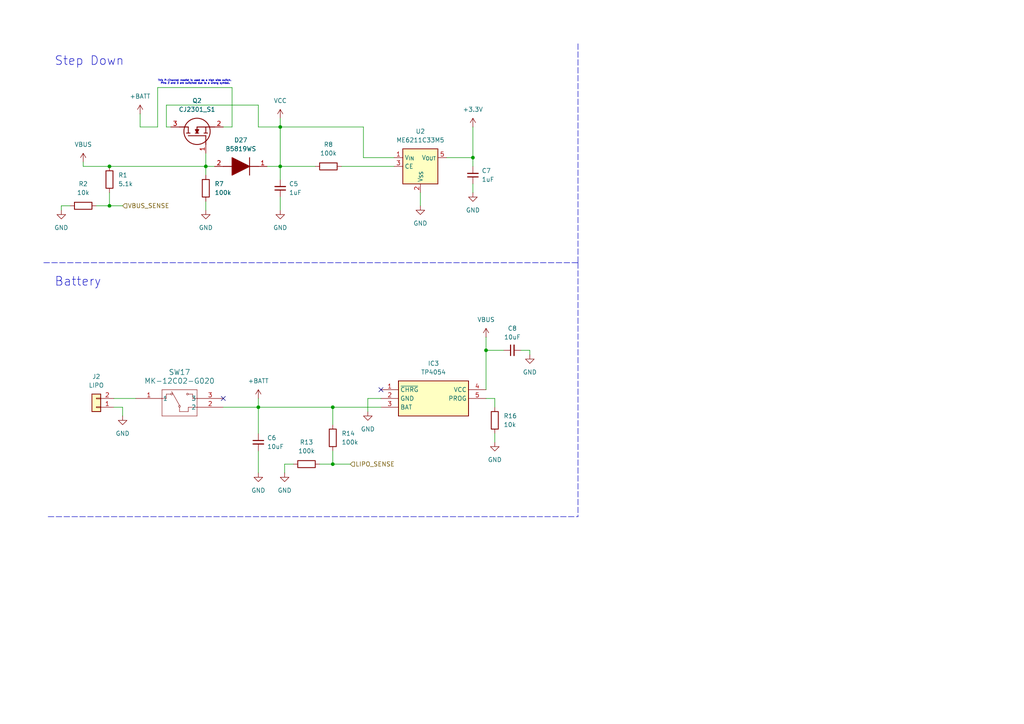
<source format=kicad_sch>
(kicad_sch (version 20231120) (generator "eeschema") (generator_version "8.0")
  (paper "A4")
  (lib_symbols
    (symbol "B5819WS:B5819WS" (pin_names hide)
      (property "Reference" "D" (at 11.43 5.08 0))
      (property "Value" "B5819WS" (at 11.43 2.54 0))
      (symbol "B5819WS_1_1"
        (polyline (pts (xy 2.54 0) (xy 5.08 0)) (stroke (width 0.254)))
        (polyline (pts (xy 5.08 2.54) (xy 5.08 -2.54)) (stroke (width 0.254)))
        (polyline (pts (xy 10.16 0) (xy 12.7 0)) (stroke (width 0.254)))
        (polyline (pts (xy 5.08 0) (xy 10.16 2.54) (xy 10.16 -2.54) (xy 5.08 0)) (stroke (width 0.254)) (fill (type outline)))
        (pin power_in line (at 0 0 0) (length 2.54) (name "K") (number "1"))
        (pin power_in line (at 15.24 0 180) (length 2.54) (name "A") (number "2"))
      )
    )
    (symbol "CJ2301_S1:CJ2301_S1" (pin_names hide)
      (property "Reference" "Q" (at 11.43 3.81 0))
      (property "Value" "CJ2301_S1" (at 11.43 1.27 0))
      (symbol "CJ2301_S1_1_1"
        (polyline (pts (xy 2.54 0) (xy 5.08 0)) (stroke (width 0.254)))
        (polyline (pts (xy 5.08 5.08) (xy 5.08 0)) (stroke (width 0.254)))
        (polyline (pts (xy 5.842 -0.508) (xy 5.842 0.508)) (stroke (width 0.254)))
        (polyline (pts (xy 5.842 0) (xy 7.62 0)) (stroke (width 0.254)))
        (polyline (pts (xy 5.842 2.032) (xy 5.842 3.048)) (stroke (width 0.254)))
        (polyline (pts (xy 5.842 5.588) (xy 5.842 4.572)) (stroke (width 0.254)))
        (polyline (pts (xy 7.62 2.54) (xy 5.842 2.54)) (stroke (width 0.254)))
        (polyline (pts (xy 7.62 2.54) (xy 7.62 -2.54)) (stroke (width 0.254)))
        (polyline (pts (xy 7.62 5.08) (xy 5.842 5.08)) (stroke (width 0.254)))
        (polyline (pts (xy 7.62 5.08) (xy 7.62 7.62)) (stroke (width 0.254)))
        (polyline (pts (xy 5.842 2.54) (xy 6.858 3.048) (xy 6.858 2.032) (xy 5.842 2.54)) (stroke (width 0.254)) (fill (type outline)))
        (circle (center 6.35 2.54) (radius 3.81) (stroke (width 0.254)))
        (pin passive line (at 0 0 0) (length 2.54) (name "G") (number "1"))
        (pin passive line (at 7.62 -5.08 90) (length 2.54) (name "S") (number "2"))
        (pin passive line (at 7.62 10.16 270) (length 2.54) (name "D") (number "3"))
      )
    )
    (symbol "Connector_Generic:Conn_01x02" (pin_names (offset 1.016) hide)
      (property "Reference" "J" (at 0 2.54 0))
      (property "Value" "Conn_01x02" (at 0 -5.08 0))
      (symbol "Conn_01x02_1_1"
        (rectangle (start -1.27 -2.413) (end 0 -2.667) (stroke (width 0.1524)))
        (rectangle (start -1.27 0.127) (end 0 -0.127) (stroke (width 0.1524)))
        (rectangle (start -1.27 1.27) (end 1.27 -3.81) (stroke (width 0.254)) (fill (type background)))
        (pin passive line (at -5.08 0 0) (length 3.81) (name "Pin_1") (number "1"))
        (pin passive line (at -5.08 -2.54 0) (length 3.81) (name "Pin_2") (number "2"))
      )
    )
    (symbol "Device:C_Small" (pin_numbers hide) (pin_names (offset 0.254) hide)
      (property "Reference" "C" (at 0.254 1.778 0))
      (property "Value" "C_Small" (at 0.254 -2.032 0))
      (symbol "C_Small_0_1"
        (polyline (pts (xy -1.524 -0.508) (xy 1.524 -0.508)) (stroke (width 0.3302)))
        (polyline (pts (xy -1.524 0.508) (xy 1.524 0.508)) (stroke (width 0.3048)))
      )
      (symbol "C_Small_1_1"
        (pin passive line (at 0 2.54 270) (length 2.032) (name "~") (number "1"))
        (pin passive line (at 0 -2.54 90) (length 2.032) (name "~") (number "2"))
      )
    )
    (symbol "Device:R" (pin_numbers hide) (pin_names (offset 0))
      (property "Reference" "R" (at 2.032 0 90))
      (property "Value" "R" (at 0 0 90))
      (symbol "R_0_1"
        (rectangle (start -1.016 -2.54) (end 1.016 2.54) (stroke (width 0.254)))
      )
      (symbol "R_1_1"
        (pin passive line (at 0 3.81 270) (length 1.27) (name "~") (number "1"))
        (pin passive line (at 0 -3.81 90) (length 1.27) (name "~") (number "2"))
      )
    )
    (symbol "MK-12C02-G020:MK-12C02-G020" (pin_names (offset 0.254))
      (property "Reference" "SW" (at 12.7 7.62 0))
      (property "Value" "MK-12C02-G020" (at 12.7 5.08 0))
      (symbol "MK-12C02-G020_0_1"
        (polyline (pts (xy 7.62 -5.08) (xy 17.78 -5.08)) (stroke (width 0.127)))
        (polyline (pts (xy 7.62 0) (xy 8.89 0)) (stroke (width 0.127)))
        (polyline (pts (xy 7.62 2.54) (xy 7.62 -5.08)) (stroke (width 0.127)))
        (polyline (pts (xy 8.89 0) (xy 8.89 1.27)) (stroke (width 0.127)))
        (polyline (pts (xy 8.89 1.27) (xy 10.16 1.27)) (stroke (width 0.127)))
        (polyline (pts (xy 12.7 -3.81) (xy 12.7 -2.54)) (stroke (width 0.127)))
        (polyline (pts (xy 12.7 -2.032) (xy 10.414 2.032)) (stroke (width 0.127)))
        (polyline (pts (xy 15.24 -3.81) (xy 12.7 -3.81)) (stroke (width 0.127)))
        (polyline (pts (xy 15.24 -2.54) (xy 15.24 -3.81)) (stroke (width 0.127)))
        (polyline (pts (xy 15.24 1.27) (xy 16.51 1.27)) (stroke (width 0.127)))
        (polyline (pts (xy 16.51 0) (xy 17.78 0)) (stroke (width 0.127)))
        (polyline (pts (xy 16.51 1.27) (xy 16.51 0)) (stroke (width 0.127)))
        (polyline (pts (xy 17.78 -5.08) (xy 17.78 2.54)) (stroke (width 0.127)))
        (polyline (pts (xy 17.78 -2.54) (xy 15.24 -2.54)) (stroke (width 0.127)))
        (polyline (pts (xy 17.78 2.54) (xy 7.62 2.54)) (stroke (width 0.127)))
        (circle (center 10.414 1.27) (radius 0.254) (stroke (width 0.127)))
        (circle (center 12.7 -2.286) (radius 0.254) (stroke (width 0.127)))
        (circle (center 14.986 1.27) (radius 0.254) (stroke (width 0.127)))
        (pin unspecified line (at 0 0 0) (length 7.62) (name "1") (number "1"))
        (pin unspecified line (at 25.4 -2.54 180) (length 7.62) (name "2") (number "2"))
        (pin unspecified line (at 25.4 0 180) (length 7.62) (name "3") (number "3"))
      )
    )
    (symbol "Regulator_Linear:ME6211C33M5"
      (property "Reference" "U" (at -4.572 6.35 0))
      (property "Value" "ME6211C33M5" (at 10.16 8.636 0))
      (symbol "ME6211C33M5_1_1"
        (rectangle (start -5.08 5.08) (end 5.08 -5.08) (stroke (width 0.254)) (fill (type background)))
        (pin power_in line (at -7.62 2.54 0) (length 2.54) (name "V_{IN}") (number "1"))
        (pin power_in line (at 0 -7.62 90) (length 2.54) (name "V_{SS}") (number "2"))
        (pin input line (at -7.62 0 0) (length 2.54) (name "CE") (number "3"))
        (pin no_connect line (at 5.08 0 180) (length 2.54) hide (name "NC") (number "4"))
        (pin power_out line (at 7.62 2.54 180) (length 2.54) (name "V_{OUT}") (number "5"))
      )
    )
    (symbol "TP4054:TP4054"
      (property "Reference" "IC" (at 26.67 7.62 0))
      (property "Value" "TP4054" (at 26.67 5.08 0))
      (symbol "TP4054_1_1"
        (rectangle (start 5.08 2.54) (end 25.4 -7.62) (stroke (width 0.254)) (fill (type background)))
        (pin passive line (at 0 0 0) (length 5.08) (name "~{CHRG}") (number "1"))
        (pin passive line (at 0 -2.54 0) (length 5.08) (name "GND") (number "2"))
        (pin passive line (at 0 -5.08 0) (length 5.08) (name "BAT") (number "3"))
        (pin passive line (at 30.48 0 180) (length 5.08) (name "VCC") (number "4"))
        (pin passive line (at 30.48 -2.54 180) (length 5.08) (name "PROG") (number "5"))
      )
    )
    (symbol "power:+3.3V" (power) (pin_numbers hide) (pin_names (offset 0) hide)
      (property "Value" "+3.3V" (at 0 3.556 0))
      (symbol "+3.3V_0_1"
        (polyline (pts (xy -0.762 1.27) (xy 0 2.54)))
        (polyline (pts (xy 0 0) (xy 0 2.54)))
        (polyline (pts (xy 0 2.54) (xy 0.762 1.27)))
      )
      (symbol "+3.3V_1_1"
        (pin power_in line (at 0 0 90) (length 0) (name "~") (number "1"))
      )
    )
    (symbol "power:+BATT" (power) (pin_numbers hide) (pin_names (offset 0) hide)
      (property "Value" "+BATT" (at 0 3.556 0))
      (symbol "+BATT_0_1"
        (polyline (pts (xy -0.762 1.27) (xy 0 2.54)))
        (polyline (pts (xy 0 0) (xy 0 2.54)))
        (polyline (pts (xy 0 2.54) (xy 0.762 1.27)))
      )
      (symbol "+BATT_1_1"
        (pin power_in line (at 0 0 90) (length 0) (name "~") (number "1"))
      )
    )
    (symbol "power:GND" (power) (pin_numbers hide) (pin_names (offset 0) hide)
      (property "Value" "GND" (at 0 -3.81 0))
      (symbol "GND_0_1"
        (polyline (pts (xy 0 0) (xy 0 -1.27) (xy 1.27 -1.27) (xy 0 -2.54) (xy -1.27 -1.27) (xy 0 -1.27)))
      )
      (symbol "GND_1_1"
        (pin power_in line (at 0 0 270) (length 0) (name "~") (number "1"))
      )
    )
    (symbol "power:VBUS" (power) (pin_numbers hide) (pin_names (offset 0) hide)
      (property "Value" "VBUS" (at 0 3.556 0))
      (symbol "VBUS_0_1"
        (polyline (pts (xy -0.762 1.27) (xy 0 2.54)))
        (polyline (pts (xy 0 0) (xy 0 2.54)))
        (polyline (pts (xy 0 2.54) (xy 0.762 1.27)))
      )
      (symbol "VBUS_1_1"
        (pin power_in line (at 0 0 90) (length 0) (name "~") (number "1"))
      )
    )
    (symbol "power:VCC" (power) (pin_numbers hide) (pin_names (offset 0) hide)
      (property "Value" "VCC" (at 0 3.556 0))
      (symbol "VCC_0_1"
        (polyline (pts (xy -0.762 1.27) (xy 0 2.54)))
        (polyline (pts (xy 0 0) (xy 0 2.54)))
        (polyline (pts (xy 0 2.54) (xy 0.762 1.27)))
      )
      (symbol "VCC_1_1"
        (pin power_in line (at 0 0 90) (length 0) (name "~") (number "1"))
      )
    )
  )
  (junction (at 140.97 101.6))
  (junction (at 59.69 48.26))
  (junction (at 81.28 48.26))
  (junction (at 74.93 118.11))
  (junction (at 31.75 48.26))
  (junction (at 96.52 134.62))
  (junction (at 31.75 59.69))
  (junction (at 96.52 118.11))
  (junction (at 137.16 45.72))
  (junction (at 81.28 36.83))
  (no_connect (at 110.49 113.03))
  (no_connect (at 64.77 115.57))
  (wire (pts (xy 137.16 36.83) (xy 137.16 45.72)))
  (wire (pts (xy 143.51 115.57) (xy 143.51 118.11)))
  (wire (pts (xy 96.52 130.81) (xy 96.52 134.62)))
  (wire (pts (xy 106.68 115.57) (xy 110.49 115.57)))
  (wire (pts (xy 67.31 25.4) (xy 67.31 36.83)))
  (wire (pts (xy 105.41 36.83) (xy 105.41 45.72)))
  (wire (pts (xy 137.16 45.72) (xy 129.54 45.72)))
  (wire (pts (xy 82.55 134.62) (xy 85.09 134.62)))
  (polyline (pts (xy 12.7 76.2) (xy 167.64 76.2)) (stroke (width 0) (type dash)))
  (wire (pts (xy 137.16 48.26) (xy 137.16 45.72)))
  (wire (pts (xy 33.02 115.57) (xy 39.37 115.57)))
  (wire (pts (xy 74.93 118.11) (xy 74.93 125.73)))
  (wire (pts (xy 67.31 36.83) (xy 64.77 36.83)))
  (wire (pts (xy 105.41 45.72) (xy 114.3 45.72)))
  (wire (pts (xy 31.75 48.26) (xy 59.69 48.26)))
  (wire (pts (xy 24.13 46.99) (xy 24.13 48.26)))
  (wire (pts (xy 96.52 134.62) (xy 92.71 134.62)))
  (wire (pts (xy 114.3 48.26) (xy 99.06 48.26)))
  (wire (pts (xy 82.55 137.16) (xy 82.55 134.62)))
  (wire (pts (xy 74.93 36.83) (xy 81.28 36.83)))
  (wire (pts (xy 31.75 59.69) (xy 31.75 55.88)))
  (wire (pts (xy 106.68 119.38) (xy 106.68 115.57)))
  (wire (pts (xy 81.28 36.83) (xy 105.41 36.83)))
  (wire (pts (xy 140.97 101.6) (xy 146.05 101.6)))
  (polyline (pts (xy 167.64 76.2) (xy 167.64 149.86)) (stroke (width 0) (type dash)))
  (wire (pts (xy 35.56 118.11) (xy 35.56 120.65)))
  (wire (pts (xy 40.64 36.83) (xy 45.72 36.83)))
  (wire (pts (xy 48.26 36.83) (xy 48.26 30.48)))
  (wire (pts (xy 74.93 130.81) (xy 74.93 137.16)))
  (wire (pts (xy 45.72 36.83) (xy 45.72 25.4)))
  (wire (pts (xy 74.93 30.48) (xy 74.93 36.83)))
  (wire (pts (xy 140.97 115.57) (xy 143.51 115.57)))
  (wire (pts (xy 27.94 59.69) (xy 31.75 59.69)))
  (wire (pts (xy 74.93 115.57) (xy 74.93 118.11)))
  (wire (pts (xy 31.75 59.69) (xy 35.56 59.69)))
  (wire (pts (xy 81.28 48.26) (xy 81.28 52.07)))
  (wire (pts (xy 81.28 48.26) (xy 91.44 48.26)))
  (wire (pts (xy 45.72 25.4) (xy 67.31 25.4)))
  (wire (pts (xy 64.77 118.11) (xy 74.93 118.11)))
  (wire (pts (xy 96.52 134.62) (xy 101.6 134.62)))
  (wire (pts (xy 143.51 125.73) (xy 143.51 128.27)))
  (wire (pts (xy 96.52 118.11) (xy 74.93 118.11)))
  (polyline (pts (xy 167.64 12.7) (xy 167.64 76.2)) (stroke (width 0) (type dash)))
  (wire (pts (xy 17.78 59.69) (xy 20.32 59.69)))
  (wire (pts (xy 81.28 57.15) (xy 81.28 60.96)))
  (wire (pts (xy 77.47 48.26) (xy 81.28 48.26)))
  (wire (pts (xy 153.67 102.87) (xy 153.67 101.6)))
  (wire (pts (xy 62.23 48.26) (xy 59.69 48.26)))
  (wire (pts (xy 81.28 36.83) (xy 81.28 48.26)))
  (polyline (pts (xy 13.97 149.86) (xy 167.64 149.86)) (stroke (width 0) (type dash)))
  (wire (pts (xy 24.13 48.26) (xy 31.75 48.26)))
  (wire (pts (xy 96.52 118.11) (xy 96.52 123.19)))
  (wire (pts (xy 140.97 101.6) (xy 140.97 113.03)))
  (wire (pts (xy 59.69 48.26) (xy 59.69 44.45)))
  (wire (pts (xy 48.26 30.48) (xy 74.93 30.48)))
  (wire (pts (xy 48.26 36.83) (xy 49.53 36.83)))
  (wire (pts (xy 153.67 101.6) (xy 151.13 101.6)))
  (wire (pts (xy 33.02 118.11) (xy 35.56 118.11)))
  (wire (pts (xy 40.64 36.83) (xy 40.64 33.02)))
  (wire (pts (xy 81.28 34.29) (xy 81.28 36.83)))
  (wire (pts (xy 59.69 48.26) (xy 59.69 50.8)))
  (wire (pts (xy 140.97 97.79) (xy 140.97 101.6)))
  (wire (pts (xy 137.16 53.34) (xy 137.16 55.88)))
  (wire (pts (xy 121.92 55.88) (xy 121.92 59.69)))
  (wire (pts (xy 17.78 60.96) (xy 17.78 59.69)))
  (wire (pts (xy 59.69 58.42) (xy 59.69 60.96)))
  (wire (pts (xy 96.52 118.11) (xy 110.49 118.11)))
  (text "This P-Channel mosfet is used as a high side switch. \nPins 2 and 3 are switched due to a wrong symbol." (at 56.642 23.876 0) (effects (font (size 0.508 0.508))))
  (text "Step Down\n" (at 25.908 17.78 0) (effects (font (size 2.54 2.54))))
  (text "Battery\n" (at 22.606 81.788 0) (effects (font (size 2.54 2.54))))
  (hierarchical_label "VBUS_SENSE" (shape input) (at 35.56 59.69 0))
  (hierarchical_label "LIPO_SENSE" (shape input) (at 101.6 134.62 0))
  (symbol (lib_id "power:GND") (at 59.69 60.96 0) (unit 1)
    (property "Reference" "#PWR020" (effects (hide yes)))
    (property "Value" "GND" (at 59.69 66.04 0))
    (property "Description" "Power symbol creates a global label with name \"GND\" , ground" (effects (hide yes)))
  )
  (symbol (lib_id "power:+BATT") (at 74.93 115.57 0) (unit 1)
    (property "Reference" "#PWR033" (effects (hide yes)))
    (property "Value" "+BATT" (at 74.93 110.49 0))
    (property "Description" "Power symbol creates a global label with name \"+BATT\"" (effects (hide yes)))
  )
  (symbol (lib_id "power:GND") (at 35.56 120.65 0) (unit 1)
    (property "Reference" "#PWR019" (effects (hide yes)))
    (property "Value" "GND" (at 35.56 125.73 0))
    (property "Description" "Power symbol creates a global label with name \"GND\" , ground" (effects (hide yes)))
  )
  (symbol (lib_id "power:VBUS") (at 140.97 97.79 0) (unit 1)
    (property "Reference" "#PWR066" (effects (hide yes)))
    (property "Value" "VBUS" (at 140.97 92.71 0))
    (property "Description" "Power symbol creates a global label with name \"VBUS\"" (effects (hide yes)))
  )
  (symbol (lib_id "Device:R") (at 24.13 59.69 90) (unit 1)
    (property "Reference" "R2" (at 24.13 53.34 90))
    (property "Value" "10k" (at 24.13 55.88 90))
    (property "Footprint" "Resistor_SMD:R_0805_2012Metric_Pad1.20x1.40mm_HandSolder" (effects (hide yes)))
    (property "Description" "Resistor" (effects (hide yes)))
  )
  (symbol (lib_id "power:+BATT") (at 40.64 33.02 0) (unit 1)
    (property "Reference" "#PWR017" (effects (hide yes)))
    (property "Value" "+BATT" (at 40.64 27.94 0))
    (property "Description" "Power symbol creates a global label with name \"+BATT\"" (effects (hide yes)))
  )
  (symbol (lib_id "Regulator_Linear:ME6211C33M5") (at 121.92 48.26 0) (unit 1)
    (property "Reference" "U2" (at 121.92 38.1 0))
    (property "Value" "ME6211C33M5" (at 121.92 40.64 0))
    (property "Footprint" "0_downloads:SOT95P282X145-5N" (effects (hide yes)))
    (property "Datasheet" "https://www.lcsc.com/datasheet/lcsc_datasheet_2304140030_MICRONE-Nanjing-Micro-One-Elec-ME6211C33R5G_C235316.pdf" (effects (hide yes)))
    (property "Description" "500mA low dropout linear regulator, shutdown pin, 6.5V max input voltage, 3.3V fixed positive output, SOT-23-5" (effects (hide yes)))
  )
  (symbol (lib_id "CJ2301_S1:CJ2301_S1") (at 59.69 44.45 90) (unit 1)
    (property "Reference" "Q2" (at 57.15 29.21 90))
    (property "Value" "CJ2301_S1" (at 57.15 31.75 90))
    (property "Footprint" "0_downloads:SOT95P240X115-3N" (effects (hide yes)))
    (property "Datasheet" "https://datasheet.lcsc.com/szlcsc/Changjiang-Electronics-Tech-CJ-CJ2301-S1_C8547.pdf" (effects (hide yes)))
    (property "Description" "MOSFET P Trench 20V 2.3A 1V @ 250uA 112 m @ 2.8A,4.5V SOT-23(SOT-23-3) RoHS" (effects (hide yes)))
    (property "Height" "1.15" (effects (hide yes)))
    (property "Manufacturer_Name" "Changjiang Electronics Tech (CJ)" (effects (hide yes)))
    (property "Manufacturer_Part_Number" "CJ2301 S1" (effects (hide yes)))
  )
  (symbol (lib_id "power:+3.3V") (at 137.16 36.83 0) (unit 1)
    (property "Reference" "#PWR038" (effects (hide yes)))
    (property "Value" "+3.3V" (at 137.16 31.75 0))
    (property "Description" "Power symbol creates a global label with name \"+3.3V\"" (effects (hide yes)))
  )
  (symbol (lib_id "power:GND") (at 143.51 128.27 0) (unit 1)
    (property "Reference" "#PWR067" (effects (hide yes)))
    (property "Value" "GND" (at 143.51 133.35 0))
    (property "Description" "Power symbol creates a global label with name \"GND\" , ground" (effects (hide yes)))
  )
  (symbol (lib_id "power:GND") (at 121.92 59.69 0) (unit 1)
    (property "Reference" "#PWR037" (effects (hide yes)))
    (property "Value" "GND" (at 121.92 64.77 0))
    (property "Description" "Power symbol creates a global label with name \"GND\" , ground" (effects (hide yes)))
  )
  (symbol (lib_id "power:GND") (at 17.78 60.96 0) (unit 1)
    (property "Reference" "#PWR03" (effects (hide yes)))
    (property "Value" "GND" (at 17.78 66.04 0))
    (property "Description" "Power symbol creates a global label with name \"GND\" , ground" (effects (hide yes)))
  )
  (symbol (lib_id "Connector_Generic:Conn_01x02") (at 27.94 118.11 180) (unit 1)
    (property "Reference" "J2" (at 27.94 109.22 0))
    (property "Value" "LIPO" (at 27.94 111.76 0))
    (property "Footprint" "Connector_JST:JST_PH_B2B-PH-K_1x02_P2.00mm_Vertical" (effects (hide yes)))
    (property "Description" "Generic connector, single row, 01x02, script generated (kicad-library-utils/schlib/autogen/connector/)" (effects (hide yes)))
  )
  (symbol (lib_id "Device:R") (at 59.69 54.61 0) (unit 1)
    (property "Reference" "R7" (at 62.23 53.3399 0) (effects (justify left)))
    (property "Value" "100k" (at 62.23 55.8799 0) (effects (justify left)))
    (property "Footprint" "Resistor_SMD:R_0805_2012Metric_Pad1.20x1.40mm_HandSolder" (effects (hide yes)))
    (property "Description" "Resistor" (effects (hide yes)))
  )
  (symbol (lib_id "Device:R") (at 96.52 127 180) (unit 1)
    (property "Reference" "R14" (at 99.06 125.7299 0) (effects (justify right)))
    (property "Value" "100k" (at 99.06 128.2699 0) (effects (justify right)))
    (property "Footprint" "Resistor_SMD:R_0805_2012Metric_Pad1.20x1.40mm_HandSolder" (effects (hide yes)))
    (property "Description" "Resistor" (effects (hide yes)))
  )
  (symbol (lib_id "Device:C_Small") (at 148.59 101.6 90) (unit 1)
    (property "Reference" "C8" (at 148.5963 95.25 90))
    (property "Value" "10uF" (at 148.5963 97.79 90))
    (property "Footprint" "Capacitor_SMD:C_0805_2012Metric_Pad1.18x1.45mm_HandSolder" (effects (hide yes)))
    (property "Description" "Unpolarized capacitor, small symbol" (effects (hide yes)))
  )
  (symbol (lib_id "Device:R") (at 95.25 48.26 90) (unit 1)
    (property "Reference" "R8" (at 95.25 41.91 90))
    (property "Value" "100k" (at 95.25 44.45 90))
    (property "Footprint" "Resistor_SMD:R_0805_2012Metric_Pad1.20x1.40mm_HandSolder" (effects (hide yes)))
    (property "Description" "Resistor" (effects (hide yes)))
  )
  (symbol (lib_id "Device:R") (at 88.9 134.62 90) (unit 1)
    (property "Reference" "R13" (at 88.9 128.27 90))
    (property "Value" "100k" (at 88.9 130.81 90))
    (property "Footprint" "Resistor_SMD:R_0805_2012Metric_Pad1.20x1.40mm_HandSolder" (effects (hide yes)))
    (property "Description" "Resistor" (effects (hide yes)))
  )
  (symbol (lib_id "power:GND") (at 153.67 102.87 0) (unit 1)
    (property "Reference" "#PWR068" (effects (hide yes)))
    (property "Value" "GND" (at 153.67 107.95 0))
    (property "Description" "Power symbol creates a global label with name \"GND\" , ground" (effects (hide yes)))
  )
  (symbol (lib_id "Device:R") (at 31.75 52.07 0) (unit 1)
    (property "Reference" "R1" (at 34.29 50.7999 0) (effects (justify left)))
    (property "Value" "5.1k" (at 34.29 53.3399 0) (effects (justify left)))
    (property "Footprint" "Resistor_SMD:R_0805_2012Metric_Pad1.20x1.40mm_HandSolder" (effects (hide yes)))
    (property "Description" "Resistor" (effects (hide yes)))
  )
  (symbol (lib_id "Device:C_Small") (at 81.28 54.61 180) (unit 1)
    (property "Reference" "C5" (at 83.82 53.3335 0) (effects (justify right)))
    (property "Value" "1uF" (at 83.82 55.8735 0) (effects (justify right)))
    (property "Footprint" "Capacitor_SMD:C_0805_2012Metric_Pad1.18x1.45mm_HandSolder" (effects (hide yes)))
    (property "Description" "Unpolarized capacitor, small symbol" (effects (hide yes)))
  )
  (symbol (lib_id "Device:C_Small") (at 74.93 128.27 0) (unit 1)
    (property "Reference" "C6" (at 77.47 127.0062 0) (effects (justify left)))
    (property "Value" "10uF" (at 77.47 129.5462 0) (effects (justify left)))
    (property "Footprint" "Capacitor_SMD:C_0805_2012Metric_Pad1.18x1.45mm_HandSolder" (effects (hide yes)))
    (property "Description" "Unpolarized capacitor, small symbol" (effects (hide yes)))
  )
  (symbol (lib_id "Device:C_Small") (at 137.16 50.8 180) (unit 1)
    (property "Reference" "C7" (at 139.7 49.5235 0) (effects (justify right)))
    (property "Value" "1uF" (at 139.7 52.0635 0) (effects (justify right)))
    (property "Footprint" "Capacitor_SMD:C_0805_2012Metric_Pad1.18x1.45mm_HandSolder" (effects (hide yes)))
    (property "Description" "Unpolarized capacitor, small symbol" (effects (hide yes)))
  )
  (symbol (lib_id "MK-12C02-G020:MK-12C02-G020") (at 39.37 115.57 0) (unit 1)
    (property "Reference" "SW17" (at 52.07 107.95 0) (effects (font (size 1.524 1.524))))
    (property "Value" "MK-12C02-G020" (at 52.07 110.49 0) (effects (font (size 1.524 1.524))))
    (property "Footprint" "MK-12C02-G020:MK-12C02-G020_GSW" (effects (hide yes)))
    (property "Datasheet" "MK-12C02-G020" (effects (hide yes)))
  )
  (symbol (lib_id "B5819WS:B5819WS") (at 77.47 48.26 180) (unit 1)
    (property "Reference" "D27" (at 69.85 40.64 0))
    (property "Value" "B5819WS" (at 69.85 43.18 0))
    (property "Footprint" "Capacitor_SMD:C_0805_2012Metric_Pad1.18x1.45mm_HandSolder" (effects (hide yes)))
    (property "Datasheet" "https://www.21yangjie.com/ggs/xxh/xxhxtdejg/B5817WS%20THRU%20B5819WS-SOD-323-%E6%B5%B7%E9%B8%A5%E8%84%9A.pdf" (effects (hide yes)))
    (property "Description" "DIODE SCHOTTKY 40V 1A SOD323" (effects (hide yes)))
    (property "Height" "1" (effects (hide yes)))
    (property "Manufacturer_Name" "Yangzhou Yangjie Electronic Technology Co., Ltd." (effects (hide yes)))
    (property "Manufacturer_Part_Number" "B5819WS" (effects (hide yes)))
  )
  (symbol (lib_id "power:GND") (at 82.55 137.16 0) (unit 1)
    (property "Reference" "#PWR035" (effects (hide yes)))
    (property "Value" "GND" (at 82.55 142.24 0))
    (property "Description" "Power symbol creates a global label with name \"GND\" , ground" (effects (hide yes)))
  )
  (symbol (lib_id "power:GND") (at 137.16 55.88 0) (unit 1)
    (property "Reference" "#PWR039" (effects (hide yes)))
    (property "Value" "GND" (at 137.16 60.96 0))
    (property "Description" "Power symbol creates a global label with name \"GND\" , ground" (effects (hide yes)))
  )
  (symbol (lib_id "power:VBUS") (at 24.13 46.99 0) (unit 1)
    (property "Reference" "#PWR018" (effects (hide yes)))
    (property "Value" "VBUS" (at 24.13 41.91 0))
    (property "Description" "Power symbol creates a global label with name \"VBUS\"" (effects (hide yes)))
  )
  (symbol (lib_id "Device:R") (at 143.51 121.92 0) (unit 1)
    (property "Reference" "R16" (at 146.05 120.6499 0) (effects (justify left)))
    (property "Value" "10k" (at 146.05 123.1899 0) (effects (justify left)))
    (property "Footprint" "Resistor_SMD:R_0805_2012Metric_Pad1.20x1.40mm_HandSolder" (effects (hide yes)))
    (property "Description" "Resistor" (effects (hide yes)))
  )
  (symbol (lib_id "power:GND") (at 106.68 119.38 0) (unit 1)
    (property "Reference" "#PWR036" (effects (hide yes)))
    (property "Value" "GND" (at 106.68 124.46 0))
    (property "Description" "Power symbol creates a global label with name \"GND\" , ground" (effects (hide yes)))
  )
  (symbol (lib_id "power:GND") (at 81.28 60.96 0) (unit 1)
    (property "Reference" "#PWR022" (effects (hide yes)))
    (property "Value" "GND" (at 81.28 66.04 0))
    (property "Description" "Power symbol creates a global label with name \"GND\" , ground" (effects (hide yes)))
  )
  (symbol (lib_id "TP4054:TP4054") (at 110.49 113.03 0) (unit 1)
    (property "Reference" "IC3" (at 125.73 105.41 0))
    (property "Value" "TP4054" (at 125.73 107.95 0))
    (property "Footprint" "0_downloads:SOT95P280X100-5N" (effects (hide yes)))
    (property "Datasheet" "https://datasheetspdf.com/pdf/1090540/NanJingTopPower/TP4054/1" (effects (hide yes)))
    (property "Description" "Standalone Linear Li-lon Battery Charger with Thermal Regulation in SOT-23-5" (effects (hide yes)))
    (property "Height" "1" (effects (hide yes)))
    (property "Manufacturer_Name" "NanJing Top Power" (effects (hide yes)))
    (property "Manufacturer_Part_Number" "TP4054" (effects (hide yes)))
  )
  (symbol (lib_id "power:GND") (at 74.93 137.16 0) (unit 1)
    (property "Reference" "#PWR034" (effects (hide yes)))
    (property "Value" "GND" (at 74.93 142.24 0))
    (property "Description" "Power symbol creates a global label with name \"GND\" , ground" (effects (hide yes)))
  )
  (symbol (lib_id "power:VCC") (at 81.28 34.29 0) (unit 1)
    (property "Reference" "#PWR021" (effects (hide yes)))
    (property "Value" "VCC" (at 81.28 29.21 0))
    (property "Description" "Power symbol creates a global label with name \"VCC\"" (effects (hide yes)))
  )
)
</source>
